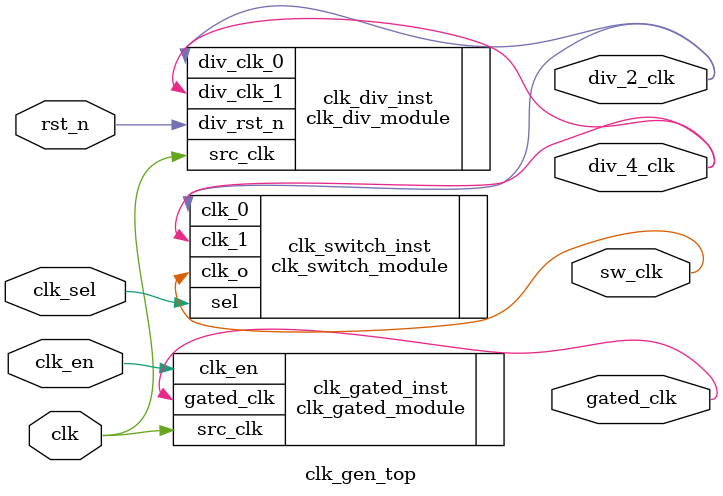
<source format=v>
`timescale 1ns/1ps
module clk_gen_top(
    clk                 ,//01   In
    rst_n               ,//01   In
	div_2_clk           ,//01   Out
    div_4_clk           ,//01   Out
    clk_en              ,//01   In
    clk_sel             ,//01   In
    sw_clk              ,//01   Out
    gated_clk            //01   Out
);

    //************************************************************************************************
    // 1.Parameter and constant define
    //************************************************************************************************
    
    
    //************************************************************************************************
    // 2.input and output declaration
    //************************************************************************************************
    input               clk         ;//the clk = 200MHz
    input               rst_n       ;//the reset,low active
    output              div_2_clk   ;//the div 2 clock = 100MHz
    output              div_4_clk   ;//the div 4 clock = 50MHz
    input               clk_en      ;//the clock enable
    input               clk_sel     ;//the clock select
    output              sw_clk      ;//the selected clock
    output              gated_clk   ;//the gated clock
    
    //************************************************************************************************
    // 3.Register and wire declaration
    //************************************************************************************************
    
    //------------------------------------------------------------------------------------------------
    // 3.1 the system led module wire
    //------------------------------------------------------------------------------------------------    
    reg     [01:00]     clk_div_cnt     ;//led count
    reg                 clk_en_reg      ;//register the clock enable

    //************************************************************************************************
    // 4.Main code
    //************************************************************************************************
    //------------------------------------------------------------------------------------------------
    // 4.1 the xxx module assignment
    //------------------------------------------------------------------------------------------------
    
    //************************************************************************************************
    // 5.Sub module instantiation
    //************************************************************************************************
    
    //------------------------------------------------------------------------------------------------
    // 5.1 the clock div module
    //------------------------------------------------------------------------------------------------    
    clk_div_module clk_div_inst(
        .src_clk    (clk        ),//01  In
        .div_rst_n  (rst_n      ),//01  Out
        .div_clk_0  (div_2_clk  ),//01  Out
        .div_clk_1  (div_4_clk  ) //01  Out
    );

    //------------------------------------------------------------------------------------------------
    // 5.2 the gated clock module
    //------------------------------------------------------------------------------------------------    
    clk_gated_module clk_gated_inst(
        .src_clk    (clk        ),//01  In
        .clk_en     (clk_en     ),//01  In
        .gated_clk  (gated_clk  ) //01  Out
    );     

    //------------------------------------------------------------------------------------------------
    // 5.3 the glitch free clock switch module
    //------------------------------------------------------------------------------------------------    
    clk_switch_module clk_switch_inst(
        .clk_0      (div_2_clk  ),
        .clk_1      (div_4_clk  ),
        .sel        (clk_sel    ),
        .clk_o      (sw_clk     )
    );
    
    //------------------------------------------------------------------------------------------------
    // 5.4 the xxx module
    //------------------------------------------------------------------------------------------------   

    
    //------------------------------------------------------------------------------------------------
    // 5.5 the xxx module
    //------------------------------------------------------------------------------------------------

    
endmodule    
//****************************************************************************************************
//End of Mopdule
//****************************************************************************************************
    
    
    
   

</source>
